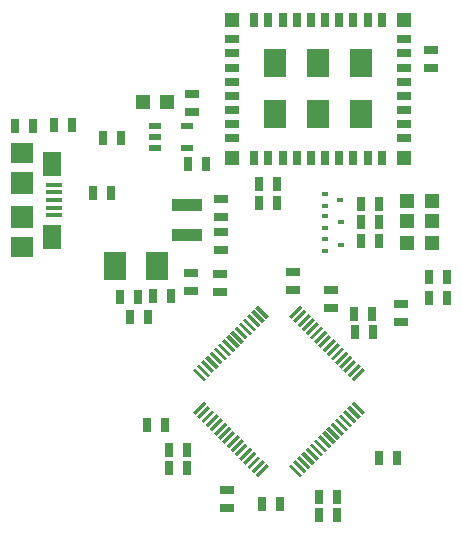
<source format=gtp>
%FSLAX46Y46*%
G04 Gerber Fmt 4.6, Leading zero omitted, Abs format (unit mm)*
G04 Created by KiCad (PCBNEW (2014-jul-16 BZR unknown)-product) date Tue 30 Sep 2014 11:17:44 AM MDT*
%MOMM*%
G01*
G04 APERTURE LIST*
%ADD10C,0.100000*%
%ADD11R,2.500000X1.000000*%
%ADD12R,1.849200X2.349200*%
%ADD13R,1.149200X1.149200*%
%ADD14R,0.649200X1.149200*%
%ADD15R,1.149200X0.649200*%
%ADD16R,1.198880X1.198880*%
%ADD17R,1.143000X0.635000*%
%ADD18R,0.635000X1.143000*%
%ADD19R,0.508000X0.356000*%
%ADD20R,1.900000X2.400000*%
%ADD21R,1.350000X0.350000*%
%ADD22R,1.600000X2.100000*%
%ADD23R,1.900000X1.800000*%
%ADD24R,1.900000X1.900000*%
%ADD25R,1.000000X0.550000*%
G04 APERTURE END LIST*
D10*
D11*
X144800000Y-90580000D03*
X144800000Y-93120000D03*
D12*
X159450000Y-78600000D03*
X155850000Y-78600000D03*
X152250000Y-78600000D03*
X159450000Y-82900000D03*
X155850000Y-82900000D03*
X152250000Y-82900000D03*
D13*
X148600000Y-74900000D03*
X148600000Y-86600000D03*
X163100000Y-86600000D03*
X163100000Y-74900000D03*
D14*
X161250000Y-74900000D03*
X160050000Y-74900000D03*
X158850000Y-74900000D03*
X157650000Y-74900000D03*
X156450000Y-74900000D03*
X155250000Y-74900000D03*
X154050000Y-74900000D03*
X152850000Y-74900000D03*
X151650000Y-74900000D03*
X150450000Y-74900000D03*
D15*
X148600000Y-76550000D03*
X148600000Y-77750000D03*
X148600000Y-78950000D03*
X148600000Y-80150000D03*
X148600000Y-81350000D03*
X148600000Y-82550000D03*
X148600000Y-83750000D03*
X148600000Y-84950000D03*
D14*
X150450000Y-86600000D03*
X151650000Y-86600000D03*
X152850000Y-86600000D03*
X154050000Y-86600000D03*
X155250000Y-86600000D03*
X156450000Y-86600000D03*
X157650000Y-86600000D03*
X158850000Y-86600000D03*
X160050000Y-86600000D03*
X161250000Y-86600000D03*
D15*
X163100000Y-84950000D03*
X163100000Y-83750000D03*
X163100000Y-82550000D03*
X163100000Y-81350000D03*
X163100000Y-80150000D03*
X163100000Y-78950000D03*
X163100000Y-77750000D03*
X163100000Y-76550000D03*
D10*
G36*
X155369350Y-112574907D02*
X154449771Y-111655328D01*
X154654832Y-111450267D01*
X155574411Y-112369846D01*
X155369350Y-112574907D01*
X155369350Y-112574907D01*
G37*
G36*
X155723172Y-112221085D02*
X154803593Y-111301506D01*
X155008654Y-111096445D01*
X155928233Y-112016024D01*
X155723172Y-112221085D01*
X155723172Y-112221085D01*
G37*
G36*
X156076994Y-111867262D02*
X155157415Y-110947683D01*
X155362476Y-110742622D01*
X156282055Y-111662201D01*
X156076994Y-111867262D01*
X156076994Y-111867262D01*
G37*
G36*
X156430816Y-111513440D02*
X155511237Y-110593861D01*
X155716298Y-110388800D01*
X156635877Y-111308379D01*
X156430816Y-111513440D01*
X156430816Y-111513440D01*
G37*
G36*
X156784638Y-111159618D02*
X155865059Y-110240039D01*
X156070120Y-110034978D01*
X156989699Y-110954557D01*
X156784638Y-111159618D01*
X156784638Y-111159618D01*
G37*
G36*
X154309679Y-113634577D02*
X153390100Y-112714998D01*
X153595161Y-112509937D01*
X154514740Y-113429516D01*
X154309679Y-113634577D01*
X154309679Y-113634577D01*
G37*
G36*
X154661705Y-113282551D02*
X153742126Y-112362972D01*
X153947187Y-112157911D01*
X154866766Y-113077490D01*
X154661705Y-113282551D01*
X154661705Y-113282551D01*
G37*
G36*
X155015528Y-112928729D02*
X154095949Y-112009150D01*
X154301010Y-111804089D01*
X155220589Y-112723668D01*
X155015528Y-112928729D01*
X155015528Y-112928729D01*
G37*
G36*
X158897105Y-105502057D02*
X158692044Y-105296996D01*
X159611623Y-104377417D01*
X159816684Y-104582478D01*
X158897105Y-105502057D01*
X158897105Y-105502057D01*
G37*
G36*
X158545079Y-105150031D02*
X158340018Y-104944970D01*
X159259597Y-104025391D01*
X159464658Y-104230452D01*
X158545079Y-105150031D01*
X158545079Y-105150031D01*
G37*
G36*
X158191256Y-104796209D02*
X157986195Y-104591148D01*
X158905774Y-103671569D01*
X159110835Y-103876630D01*
X158191256Y-104796209D01*
X158191256Y-104796209D01*
G37*
G36*
X157837434Y-104442387D02*
X157632373Y-104237326D01*
X158551952Y-103317747D01*
X158757013Y-103522808D01*
X157837434Y-104442387D01*
X157837434Y-104442387D01*
G37*
G36*
X157483612Y-104088565D02*
X157278551Y-103883504D01*
X158198130Y-102963925D01*
X158403191Y-103168986D01*
X157483612Y-104088565D01*
X157483612Y-104088565D01*
G37*
G36*
X157129790Y-103734742D02*
X156924729Y-103529681D01*
X157844308Y-102610102D01*
X158049369Y-102815163D01*
X157129790Y-103734742D01*
X157129790Y-103734742D01*
G37*
G36*
X156775968Y-103380920D02*
X156570907Y-103175859D01*
X157490486Y-102256280D01*
X157695547Y-102461341D01*
X156775968Y-103380920D01*
X156775968Y-103380920D01*
G37*
G36*
X156422146Y-103027098D02*
X156217085Y-102822037D01*
X157136664Y-101902458D01*
X157341725Y-102107519D01*
X156422146Y-103027098D01*
X156422146Y-103027098D01*
G37*
G36*
X151479103Y-100200114D02*
X150559524Y-99280535D01*
X150764585Y-99075474D01*
X151684164Y-99995053D01*
X151479103Y-100200114D01*
X151479103Y-100200114D01*
G37*
G36*
X151127077Y-100552140D02*
X150207498Y-99632561D01*
X150412559Y-99427500D01*
X151332138Y-100347079D01*
X151127077Y-100552140D01*
X151127077Y-100552140D01*
G37*
G36*
X150776790Y-100902426D02*
X149857212Y-99982848D01*
X150055202Y-99784858D01*
X150974780Y-100704436D01*
X150776790Y-100902426D01*
X150776790Y-100902426D01*
G37*
G36*
X150419432Y-101259784D02*
X149499853Y-100340205D01*
X149704914Y-100135144D01*
X150624493Y-101054723D01*
X150419432Y-101259784D01*
X150419432Y-101259784D01*
G37*
G36*
X150065610Y-101613606D02*
X149146031Y-100694027D01*
X149351092Y-100488966D01*
X150270671Y-101408545D01*
X150065610Y-101613606D01*
X150065610Y-101613606D01*
G37*
G36*
X149711788Y-101967428D02*
X148792209Y-101047849D01*
X148997270Y-100842788D01*
X149916849Y-101762367D01*
X149711788Y-101967428D01*
X149711788Y-101967428D01*
G37*
G36*
X149357966Y-102321250D02*
X148438387Y-101401671D01*
X148643448Y-101196610D01*
X149563027Y-102116189D01*
X149357966Y-102321250D01*
X149357966Y-102321250D01*
G37*
G36*
X149004144Y-102675072D02*
X148084565Y-101755493D01*
X148289626Y-101550432D01*
X149209205Y-102470011D01*
X149004144Y-102675072D01*
X149004144Y-102675072D01*
G37*
G36*
X145462641Y-108332634D02*
X145257580Y-108127573D01*
X146177159Y-107207994D01*
X146382220Y-107413055D01*
X145462641Y-108332634D01*
X145462641Y-108332634D01*
G37*
G36*
X145814667Y-108684660D02*
X145609606Y-108479599D01*
X146529185Y-107560020D01*
X146734246Y-107765081D01*
X145814667Y-108684660D01*
X145814667Y-108684660D01*
G37*
G36*
X146168490Y-109038482D02*
X145963429Y-108833421D01*
X146883008Y-107913842D01*
X147088069Y-108118903D01*
X146168490Y-109038482D01*
X146168490Y-109038482D01*
G37*
G36*
X146522312Y-109392304D02*
X146317251Y-109187243D01*
X147236830Y-108267664D01*
X147441891Y-108472725D01*
X146522312Y-109392304D01*
X146522312Y-109392304D01*
G37*
G36*
X146876134Y-109746126D02*
X146671073Y-109541065D01*
X147590652Y-108621486D01*
X147795713Y-108826547D01*
X146876134Y-109746126D01*
X146876134Y-109746126D01*
G37*
G36*
X147229956Y-110099948D02*
X147024895Y-109894887D01*
X147944474Y-108975308D01*
X148149535Y-109180369D01*
X147229956Y-110099948D01*
X147229956Y-110099948D01*
G37*
G36*
X147583778Y-110453770D02*
X147378717Y-110248709D01*
X148298296Y-109329130D01*
X148503357Y-109534191D01*
X147583778Y-110453770D01*
X147583778Y-110453770D01*
G37*
G36*
X147937600Y-110807592D02*
X147732539Y-110602531D01*
X148652118Y-109682952D01*
X148857179Y-109888013D01*
X147937600Y-110807592D01*
X147937600Y-110807592D01*
G37*
G36*
X157136664Y-110807592D02*
X156217085Y-109888013D01*
X156422146Y-109682952D01*
X157341725Y-110602531D01*
X157136664Y-110807592D01*
X157136664Y-110807592D01*
G37*
G36*
X157490486Y-110453770D02*
X156570907Y-109534191D01*
X156775968Y-109329130D01*
X157695547Y-110248709D01*
X157490486Y-110453770D01*
X157490486Y-110453770D01*
G37*
G36*
X157844308Y-110099948D02*
X156924729Y-109180369D01*
X157129790Y-108975308D01*
X158049369Y-109894887D01*
X157844308Y-110099948D01*
X157844308Y-110099948D01*
G37*
G36*
X156070120Y-102675072D02*
X155865059Y-102470011D01*
X156784638Y-101550432D01*
X156989699Y-101755493D01*
X156070120Y-102675072D01*
X156070120Y-102675072D01*
G37*
G36*
X155716298Y-102321250D02*
X155511237Y-102116189D01*
X156430816Y-101196610D01*
X156635877Y-101401671D01*
X155716298Y-102321250D01*
X155716298Y-102321250D01*
G37*
G36*
X155362476Y-101967428D02*
X155157415Y-101762367D01*
X156076994Y-100842788D01*
X156282055Y-101047849D01*
X155362476Y-101967428D01*
X155362476Y-101967428D01*
G37*
G36*
X148652118Y-103027098D02*
X147732539Y-102107519D01*
X147937600Y-101902458D01*
X148857179Y-102822037D01*
X148652118Y-103027098D01*
X148652118Y-103027098D01*
G37*
G36*
X148301831Y-103377384D02*
X147382253Y-102457806D01*
X147580243Y-102259816D01*
X148499821Y-103179394D01*
X148301831Y-103377384D01*
X148301831Y-103377384D01*
G37*
G36*
X147944474Y-103734742D02*
X147024895Y-102815163D01*
X147229956Y-102610102D01*
X148149535Y-103529681D01*
X147944474Y-103734742D01*
X147944474Y-103734742D01*
G37*
G36*
X148289626Y-111159618D02*
X148084565Y-110954557D01*
X149004144Y-110034978D01*
X149209205Y-110240039D01*
X148289626Y-111159618D01*
X148289626Y-111159618D01*
G37*
G36*
X148643448Y-111513440D02*
X148438387Y-111308379D01*
X149357966Y-110388800D01*
X149563027Y-110593861D01*
X148643448Y-111513440D01*
X148643448Y-111513440D01*
G37*
G36*
X148997270Y-111867262D02*
X148792209Y-111662201D01*
X149711788Y-110742622D01*
X149916849Y-110947683D01*
X148997270Y-111867262D01*
X148997270Y-111867262D01*
G37*
G36*
X158198130Y-109746126D02*
X157278551Y-108826547D01*
X157483612Y-108621486D01*
X158403191Y-109541065D01*
X158198130Y-109746126D01*
X158198130Y-109746126D01*
G37*
G36*
X158551952Y-109392304D02*
X157632373Y-108472725D01*
X157837434Y-108267664D01*
X158757013Y-109187243D01*
X158551952Y-109392304D01*
X158551952Y-109392304D01*
G37*
G36*
X158905774Y-109038482D02*
X157986195Y-108118903D01*
X158191256Y-107913842D01*
X159110835Y-108833421D01*
X158905774Y-109038482D01*
X158905774Y-109038482D01*
G37*
G36*
X159259597Y-108684660D02*
X158340018Y-107765081D01*
X158545079Y-107560020D01*
X159464658Y-108479599D01*
X159259597Y-108684660D01*
X159259597Y-108684660D01*
G37*
G36*
X159611623Y-108332634D02*
X158692044Y-107413055D01*
X158897105Y-107207994D01*
X159816684Y-108127573D01*
X159611623Y-108332634D01*
X159611623Y-108332634D01*
G37*
G36*
X155008654Y-101613606D02*
X154803593Y-101408545D01*
X155723172Y-100488966D01*
X155928233Y-100694027D01*
X155008654Y-101613606D01*
X155008654Y-101613606D01*
G37*
G36*
X154654832Y-101259784D02*
X154449771Y-101054723D01*
X155369350Y-100135144D01*
X155574411Y-100340205D01*
X154654832Y-101259784D01*
X154654832Y-101259784D01*
G37*
G36*
X154301010Y-100905962D02*
X154095949Y-100700901D01*
X155015528Y-99781322D01*
X155220589Y-99986383D01*
X154301010Y-100905962D01*
X154301010Y-100905962D01*
G37*
G36*
X153947187Y-100552140D02*
X153742126Y-100347079D01*
X154661705Y-99427500D01*
X154866766Y-99632561D01*
X153947187Y-100552140D01*
X153947187Y-100552140D01*
G37*
G36*
X153595161Y-100200114D02*
X153390100Y-99995053D01*
X154309679Y-99075474D01*
X154514740Y-99280535D01*
X153595161Y-100200114D01*
X153595161Y-100200114D01*
G37*
G36*
X147594187Y-104085029D02*
X146674609Y-103165451D01*
X146872599Y-102967461D01*
X147792177Y-103887039D01*
X147594187Y-104085029D01*
X147594187Y-104085029D01*
G37*
G36*
X147236830Y-104442387D02*
X146317251Y-103522808D01*
X146522312Y-103317747D01*
X147441891Y-104237326D01*
X147236830Y-104442387D01*
X147236830Y-104442387D01*
G37*
G36*
X146883008Y-104796209D02*
X145963429Y-103876630D01*
X146168490Y-103671569D01*
X147088069Y-104591148D01*
X146883008Y-104796209D01*
X146883008Y-104796209D01*
G37*
G36*
X146529185Y-105150031D02*
X145609606Y-104230452D01*
X145814667Y-104025391D01*
X146734246Y-104944970D01*
X146529185Y-105150031D01*
X146529185Y-105150031D01*
G37*
G36*
X146177159Y-105502057D02*
X145257580Y-104582478D01*
X145462641Y-104377417D01*
X146382220Y-105296996D01*
X146177159Y-105502057D01*
X146177159Y-105502057D01*
G37*
G36*
X149351092Y-112221085D02*
X149146031Y-112016024D01*
X150065610Y-111096445D01*
X150270671Y-111301506D01*
X149351092Y-112221085D01*
X149351092Y-112221085D01*
G37*
G36*
X149704914Y-112574907D02*
X149499853Y-112369846D01*
X150419432Y-111450267D01*
X150624493Y-111655328D01*
X149704914Y-112574907D01*
X149704914Y-112574907D01*
G37*
G36*
X150058737Y-112928729D02*
X149853676Y-112723668D01*
X150773255Y-111804089D01*
X150978316Y-112009150D01*
X150058737Y-112928729D01*
X150058737Y-112928729D01*
G37*
G36*
X150412559Y-113282551D02*
X150207498Y-113077490D01*
X151127077Y-112157911D01*
X151332138Y-112362972D01*
X150412559Y-113282551D01*
X150412559Y-113282551D01*
G37*
G36*
X150764585Y-113634577D02*
X150559524Y-113429516D01*
X151479103Y-112509937D01*
X151684164Y-112714998D01*
X150764585Y-113634577D01*
X150764585Y-113634577D01*
G37*
D16*
X143099020Y-81850000D03*
X141000980Y-81850000D03*
D17*
X162920000Y-98978000D03*
X162920000Y-100502000D03*
D18*
X161012000Y-93625000D03*
X159488000Y-93625000D03*
X161012000Y-90500000D03*
X159488000Y-90500000D03*
X161042000Y-92050000D03*
X159518000Y-92050000D03*
D17*
X148150000Y-116212000D03*
X148150000Y-114688000D03*
D18*
X151138000Y-115900000D03*
X152662000Y-115900000D03*
X165238000Y-96700000D03*
X166762000Y-96700000D03*
X165288000Y-98450000D03*
X166812000Y-98450000D03*
X130188000Y-83900000D03*
X131712000Y-83900000D03*
X143412000Y-98290000D03*
X141888000Y-98290000D03*
D17*
X145225000Y-82712000D03*
X145225000Y-81188000D03*
X147570000Y-96408000D03*
X147570000Y-97932000D03*
D18*
X133518000Y-83830000D03*
X135042000Y-83830000D03*
D17*
X153750000Y-96238000D03*
X153750000Y-97762000D03*
X156920000Y-97788000D03*
X156920000Y-99312000D03*
D18*
X142872000Y-109190000D03*
X141348000Y-109190000D03*
X155908000Y-115340000D03*
X157432000Y-115340000D03*
X161028000Y-111980000D03*
X162552000Y-111980000D03*
X141472000Y-100100000D03*
X139948000Y-100100000D03*
X155928000Y-116790000D03*
X157452000Y-116790000D03*
X144762000Y-111350000D03*
X143238000Y-111350000D03*
X158948000Y-101300000D03*
X160472000Y-101300000D03*
X144762000Y-112850000D03*
X143238000Y-112850000D03*
X137678000Y-84870000D03*
X139202000Y-84870000D03*
X144818000Y-87140000D03*
X146342000Y-87140000D03*
X158938000Y-99840000D03*
X160462000Y-99840000D03*
D17*
X147600000Y-90038000D03*
X147600000Y-91562000D03*
X147600000Y-92888000D03*
X147600000Y-94412000D03*
D18*
X140642000Y-98340000D03*
X139118000Y-98340000D03*
D17*
X145140000Y-97872000D03*
X145140000Y-96348000D03*
D16*
X165474020Y-91950000D03*
X163375980Y-91950000D03*
X165474020Y-90225000D03*
X163375980Y-90225000D03*
X165474020Y-93800000D03*
X163375980Y-93800000D03*
D19*
X157759000Y-93980000D03*
X156464000Y-93480000D03*
X156464000Y-94480000D03*
X157735000Y-90140000D03*
X156440000Y-89640000D03*
X156440000Y-90640000D03*
X157765000Y-91990000D03*
X156470000Y-91490000D03*
X156470000Y-92490000D03*
D18*
X150863000Y-90400000D03*
X152387000Y-90400000D03*
D17*
X165450000Y-78962000D03*
X165450000Y-77438000D03*
D18*
X150863000Y-88825000D03*
X152387000Y-88825000D03*
D20*
X138630000Y-95780000D03*
X142230000Y-95780000D03*
D18*
X136788000Y-89590000D03*
X138312000Y-89590000D03*
D21*
X133485000Y-88870000D03*
X133485000Y-89520000D03*
X133485000Y-90170000D03*
X133485000Y-90820000D03*
X133485000Y-91470000D03*
D22*
X133360000Y-87070000D03*
X133360000Y-93270000D03*
D23*
X130810000Y-86170000D03*
D24*
X130810000Y-88720000D03*
X130810000Y-91620000D03*
D23*
X130810000Y-94170000D03*
D25*
X144740000Y-85760000D03*
X144740000Y-83860000D03*
X142040000Y-83860000D03*
X142040000Y-84810000D03*
X142040000Y-85760000D03*
M02*

</source>
